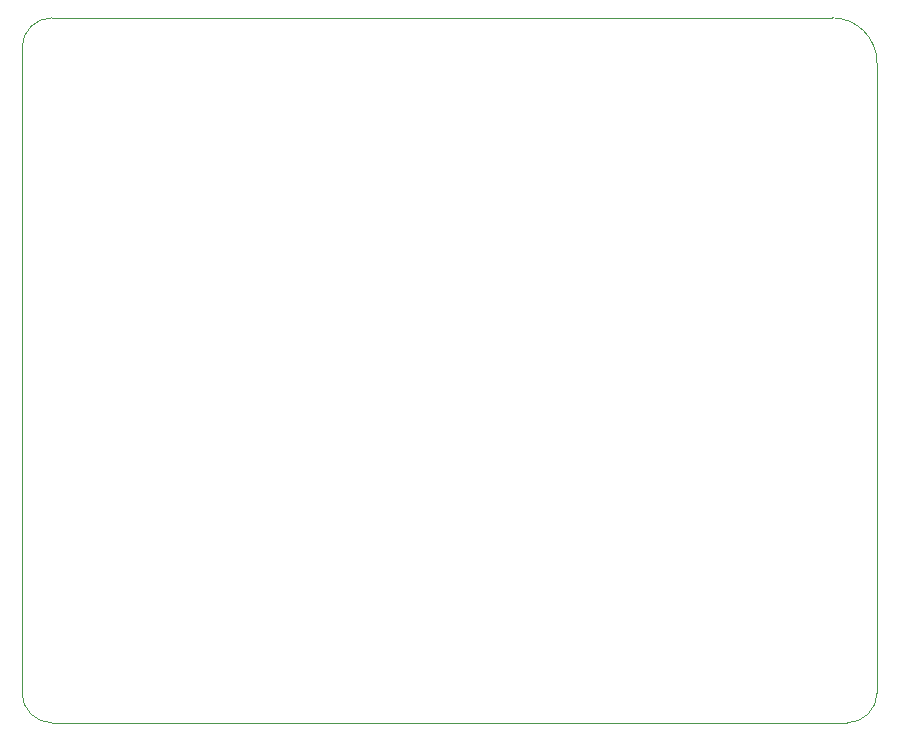
<source format=gbr>
%TF.GenerationSoftware,KiCad,Pcbnew,(6.0.0)*%
%TF.CreationDate,2022-05-08T17:08:30-04:00*%
%TF.ProjectId,QR_ATTINY3217,51525f41-5454-4494-9e59-333231372e6b,rev?*%
%TF.SameCoordinates,Original*%
%TF.FileFunction,Profile,NP*%
%FSLAX46Y46*%
G04 Gerber Fmt 4.6, Leading zero omitted, Abs format (unit mm)*
G04 Created by KiCad (PCBNEW (6.0.0)) date 2022-05-08 17:08:30*
%MOMM*%
%LPD*%
G01*
G04 APERTURE LIST*
%TA.AperFunction,Profile*%
%ADD10C,0.100000*%
%TD*%
G04 APERTURE END LIST*
D10*
X113030000Y-128270000D02*
X180340000Y-128270000D01*
X110490000Y-125730000D02*
G75*
G03*
X113030000Y-128270000I2540001J1D01*
G01*
X113030000Y-68580000D02*
X176530000Y-68580000D01*
X113030000Y-68580000D02*
G75*
G03*
X110490000Y-71120000I1J-2540001D01*
G01*
X182880000Y-119380000D02*
X182880000Y-73660000D01*
X182880000Y-72390000D02*
X182880000Y-73660000D01*
X110490000Y-125730000D02*
X110490000Y-124460000D01*
X180340000Y-128270000D02*
G75*
G03*
X182880000Y-125730000I-1J2540001D01*
G01*
X110490000Y-71120000D02*
X110490000Y-124460000D01*
X182880000Y-125730000D02*
X182880000Y-119380000D01*
X179070000Y-68580000D02*
X176530000Y-68580000D01*
X182880000Y-72390000D02*
G75*
G03*
X179070000Y-68580000I-3809999J1D01*
G01*
M02*

</source>
